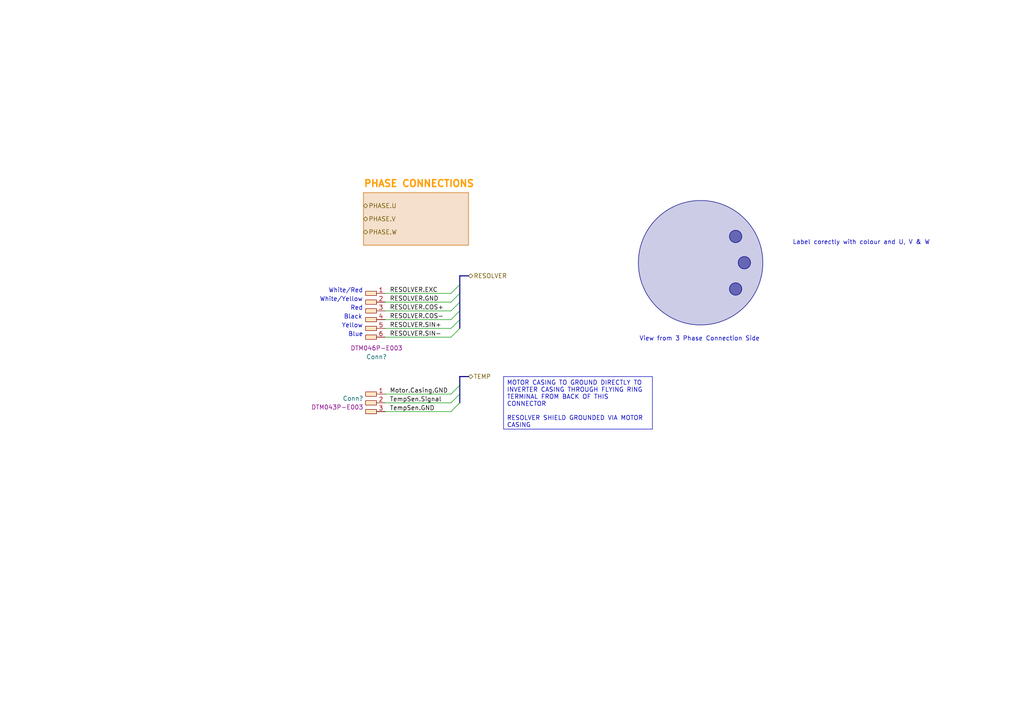
<source format=kicad_sch>
(kicad_sch (version 20230121) (generator eeschema)
  (paper "A4")
  (lib_symbols
    (symbol "Connectors_SUFST:Deutsch_DTM_3P_Pin"
      (property "Reference" "Conn" (at 0 -1.905 0))
      (property "P/N" "DTM043P-E003" (at 0 0 0))
      (symbol "Deutsch_DTM_3P_Pin_0_1"
        (polyline (pts (xy -0.635 -4.445) (xy 1.905 -4.445)))
      )
      (symbol "Deutsch_DTM_3P_Pin_1_1"
        (rectangle (start -3.81 -8.89) (end -0.635 -10.16) (fill (type color) (color 255 229 191 1)))
        (rectangle (start -3.81 -6.35) (end -0.635 -7.62) (fill (type color) (color 255 229 191 1)))
        (rectangle (start -3.81 -3.81) (end -0.635 -5.08) (fill (type color) (color 255 229 191 1)))
        (pin input line (at 1.905 -9.525 180) (length 2.54) (name "") (number "1"))
        (pin input line (at 1.905 -6.985 180) (length 2.54) (name "") (number "2"))
        (pin input line (at 1.905 -4.445 180) (length 2.54) (name "") (number "3"))
      )
    )
    (symbol "Connectors_SUFST:Deutsch_DTM_6P_Pin"
      (property "Reference" "Conn" (at 0 -1.905 0))
      (property "P/N" "DTM046P-E003" (at 0 0 0))
      (symbol "Deutsch_DTM_6P_Pin_0_1"
        (polyline (pts (xy -0.635 -14.605) (xy 1.905 -14.605)))
        (polyline (pts (xy -0.635 -9.525) (xy 1.905 -9.525)))
        (polyline (pts (xy -0.635 -4.445) (xy 1.905 -4.445)))
      )
      (symbol "Deutsch_DTM_6P_Pin_1_1"
        (rectangle (start -3.81 -16.51) (end -0.635 -17.78) (fill (type color) (color 255 229 191 1)))
        (rectangle (start -3.81 -13.97) (end -0.635 -15.24) (fill (type color) (color 255 229 191 1)))
        (rectangle (start -3.81 -11.43) (end -0.635 -12.7) (fill (type color) (color 255 229 191 1)))
        (rectangle (start -3.81 -8.89) (end -0.635 -10.16) (fill (type color) (color 255 229 191 1)))
        (rectangle (start -3.81 -6.35) (end -0.635 -7.62) (fill (type color) (color 255 229 191 1)))
        (rectangle (start -3.81 -3.81) (end -0.635 -5.08) (fill (type color) (color 255 229 191 1)))
        (pin input line (at 1.905 -17.145 180) (length 2.54) (name "") (number "1"))
        (pin input line (at 1.905 -14.605 180) (length 2.54) (name "") (number "2"))
        (pin input line (at 1.905 -12.065 180) (length 2.54) (name "") (number "3"))
        (pin input line (at 1.905 -9.525 180) (length 2.54) (name "") (number "4"))
        (pin input line (at 1.905 -6.985 180) (length 2.54) (name "") (number "5"))
        (pin input line (at 1.905 -4.445 180) (length 2.54) (name "") (number "6"))
      )
    )
  )
  (bus_entry (at 130.81 92.71) (size 2.54 -2.54))
  (bus_entry (at 130.81 87.63) (size 2.54 -2.54))
  (bus_entry (at 130.81 85.09) (size 2.54 -2.54))
  (bus_entry (at 130.81 90.17) (size 2.54 -2.54))
  (bus_entry (at 130.81 116.84) (size 2.54 -2.54))
  (bus_entry (at 130.81 97.79) (size 2.54 -2.54))
  (bus_entry (at 130.81 119.38) (size 2.54 -2.54))
  (bus_entry (at 130.81 114.3) (size 2.54 -2.54))
  (bus_entry (at 130.81 95.25) (size 2.54 -2.54))
  (bus (pts (xy 135.89 80.01) (xy 133.35 80.01)))
  (bus (pts (xy 133.35 82.55) (xy 133.35 85.09)))
  (bus (pts (xy 133.35 87.63) (xy 133.35 90.17)))
  (wire (pts (xy 111.76 87.63) (xy 130.81 87.63)))
  (wire (pts (xy 111.76 97.79) (xy 130.81 97.79)))
  (bus (pts (xy 133.35 92.71) (xy 133.35 95.25)))
  (wire (pts (xy 111.76 116.84) (xy 130.81 116.84)))
  (bus (pts (xy 133.35 85.09) (xy 133.35 87.63)))
  (wire (pts (xy 111.76 95.25) (xy 130.81 95.25)))
  (bus (pts (xy 135.89 109.22) (xy 133.35 109.22)))
  (bus (pts (xy 133.35 90.17) (xy 133.35 92.71)))
  (bus (pts (xy 133.35 109.22) (xy 133.35 111.76)))
  (wire (pts (xy 111.76 114.3) (xy 130.81 114.3)))
  (bus (pts (xy 133.35 80.01) (xy 133.35 82.55)))
  (bus (pts (xy 133.35 111.76) (xy 133.35 114.3)))
  (bus (pts (xy 133.35 114.3) (xy 133.35 116.84)))
  (wire (pts (xy 111.76 92.71) (xy 130.81 92.71)))
  (wire (pts (xy 111.76 119.38) (xy 130.81 119.38)))
  (wire (pts (xy 111.76 90.17) (xy 130.81 90.17)))
  (wire (pts (xy 111.76 85.09) (xy 130.81 85.09)))
  (rectangle (start 105.41 55.88) (end 135.89 71.12) (stroke (width 0) (color 204 102 0 1)) (fill (type color) (color 204 102 0 0.2)))
  (circle (center 213.36 83.82) (radius 1.7961) (stroke (width 0) (color 0 0 132 1)) (fill (type color) (color 0 0 132 0.5)))
  (circle (center 215.9 76.2) (radius 1.7961) (stroke (width 0) (color 0 0 132 1)) (fill (type color) (color 0 0 132 0.5)))
  (circle (center 203.2 76.2) (radius 18.0501) (stroke (width 0) (color 0 0 132 1)) (fill (type color) (color 0 0 132 0.2)))
  (circle (center 213.36 68.58) (radius 1.7961) (stroke (width 0) (color 0 0 132 1)) (fill (type color) (color 0 0 132 0.5)))
  (text_box "MOTOR CASING TO GROUND DIRECTLY TO INVERTER CASING THROUGH FLYING RING TERMINAL FROM BACK OF THIS CONNECTOR\n\nRESOLVER SHIELD GROUNDED VIA MOTOR CASING" (at 146.05 109.22 0) (size 43.18 15.24) (effects (font (size 1.27 1.27)) (justify left top)))
  (text "White/Red" (at 95.25 85.09 0) (effects (font (size 1.27 1.27)) (justify left bottom)))
  (text "View from 3 Phase Connection Side" (at 185.42 99.06 0) (effects (font (size 1.27 1.27)) (justify left bottom)))
  (text "PHASE CONNECTIONS" (at 105.41 54.61 0) (effects (font (size 2 2) (thickness 0.4) bold) (justify left bottom)))
  (text "Red" (at 101.6 90.17 0) (effects (font (size 1.27 1.27)) (justify left bottom)))
  (text "Blue" (at 100.965 97.79 0) (effects (font (size 1.27 1.27)) (justify left bottom)))
  (text "Black" (at 99.695 92.71 0) (effects (font (size 1.27 1.27)) (justify left bottom)))
  (text "Label corectly with colour and U, V & W" (at 229.87 71.12 0) (effects (font (size 1.27 1.27)) (justify left bottom)))
  (text "White/Yellow" (at 92.71 87.63 0) (effects (font (size 1.27 1.27)) (justify left bottom)))
  (text "Yellow" (at 99.06 95.25 0) (effects (font (size 1.27 1.27)) (justify left bottom)))
  (label "RESOLVER.SIN-" (at 113.03 97.79 0))
  (label "RESOLVER.SIN+" (at 113.03 95.25 0))
  (label "TempSen.Signal" (at 113.03 116.84 0))
  (label "RESOLVER.GND" (at 113.03 87.63 0))
  (label "Motor.Casing.GND" (at 113.03 114.3 0))
  (label "RESOLVER.COS-" (at 113.03 92.71 0))
  (label "TempSen.GND" (at 113.03 119.38 0))
  (label "RESOLVER.COS+" (at 113.03 90.17 0))
  (label "RESOLVER.EXC" (at 113.03 85.09 0))
  (hierarchical_label "PHASE.V" (shape bidirectional) (at 105.41 63.5 0))
  (hierarchical_label "PHASE.U" (shape bidirectional) (at 105.41 59.69 0))
  (hierarchical_label "RESOLVER" (shape bidirectional) (at 135.89 80.01 0))
  (hierarchical_label "TEMP" (shape bidirectional) (at 135.89 109.22 0))
  (hierarchical_label "PHASE.W" (shape bidirectional) (at 105.41 67.31 0))
  (symbol (lib_id "Connectors_SUFST:Deutsch_DTM_3P_Pin") (at 109.855 123.825 0) (mirror x) (unit 1)
    (property "Reference" "Conn?" (at 105.41 115.57 0) (effects (justify right)))
    (property "Value" "Deutsch_DTM_2P_Pin" (effects hide))
    (property "P/N" "DTM043P-E003" (at 105.41 118.11 0) (effects (justify right)))
  )
  (symbol (lib_id "Connectors_SUFST:Deutsch_DTM_6P_Pin") (at 109.855 102.235 0) (mirror x) (unit 1)
    (property "Reference" "Conn?" (at 109.22 103.505 0))
    (property "Value" "Deutsch_DTM_6P_Pin" (effects hide))
    (property "P/N" "DTM046P-E003" (at 109.22 100.965 0))
  )
)
</source>
